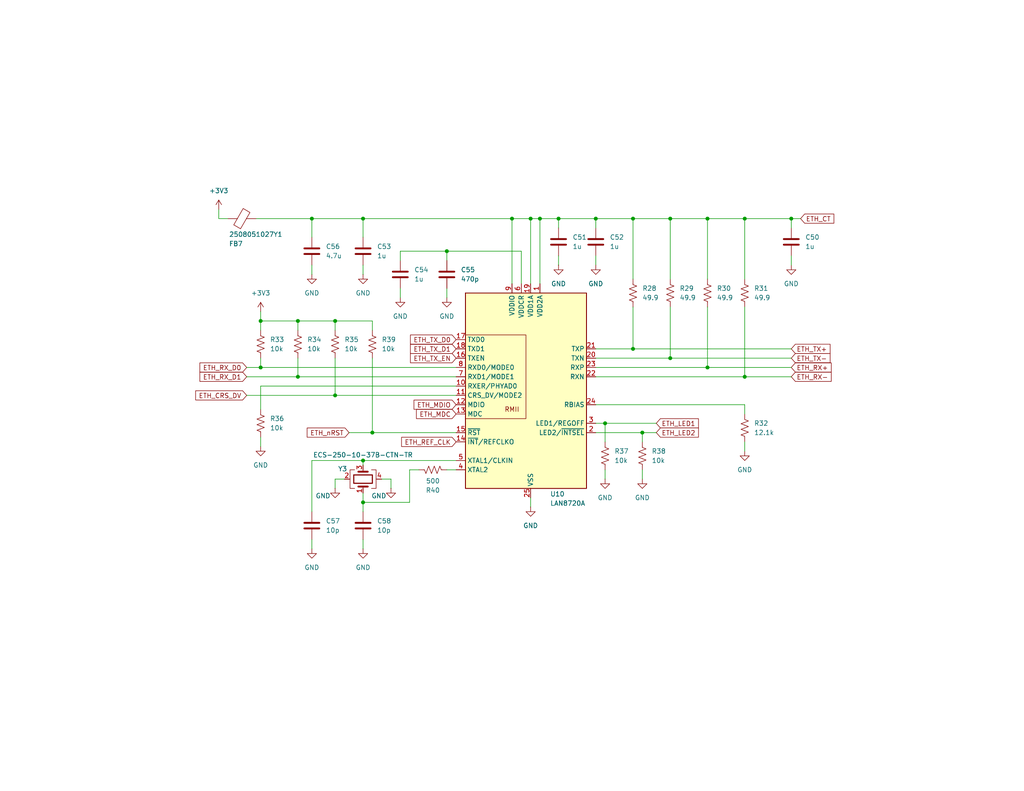
<source format=kicad_sch>
(kicad_sch (version 20250114) (generator "eeschema") (generator_version "9.0")
  (paper "USLetter")
  (title_block (title "Ethernet PHY") (rev "alpha") (company "Haas Hooligans") (comment 1 "Ryan Jacoby"))
  (lib_symbols
    (symbol "Device:C" (pin_numbers (hide yes)) (pin_names (offset 0.254))
      (property "Reference" "C" (at 0.635 2.54 0))
      (property "Value" "C" (at 0.635 -2.54 0))
      (symbol "C_0_1"
        (polyline (pts (xy -2.032 0.762) (xy 2.032 0.762)) (stroke (width 0.508)))
        (polyline (pts (xy -2.032 -0.762) (xy 2.032 -0.762)) (stroke (width 0.508)))
      )
      (symbol "C_1_1"
        (pin passive line (at 0 3.81 270) (length 2.794) (name "~") (number "1"))
        (pin passive line (at 0 -3.81 90) (length 2.794) (name "~") (number "2"))
      )
    )
    (symbol "Device:Crystal_GND24" (pin_names (offset 1.016) (hide yes))
      (property "Reference" "Y" (at 3.175 5.08 0))
      (property "Value" "Crystal_GND24" (at 3.175 3.175 0))
      (symbol "Crystal_GND24_0_1"
        (polyline (pts (xy -2.54 2.286) (xy -2.54 3.556) (xy 2.54 3.556) (xy 2.54 2.286)))
        (polyline (pts (xy -2.54 0) (xy -2.032 0)))
        (polyline (pts (xy -2.54 -2.286) (xy -2.54 -3.556) (xy 2.54 -3.556) (xy 2.54 -2.286)))
        (polyline (pts (xy -2.032 -1.27) (xy -2.032 1.27)) (stroke (width 0.508)))
        (rectangle (start -1.143 2.54) (end 1.143 -2.54) (stroke (width 0.3048)))
        (polyline (pts (xy 0 3.556) (xy 0 3.81)))
        (polyline (pts (xy 0 -3.81) (xy 0 -3.556)))
        (polyline (pts (xy 2.032 0) (xy 2.54 0)))
        (polyline (pts (xy 2.032 -1.27) (xy 2.032 1.27)) (stroke (width 0.508)))
      )
      (symbol "Crystal_GND24_1_1"
        (pin passive line (at -3.81 0 0) (length 1.27) (name "1") (number "1"))
        (pin passive line (at 0 5.08 270) (length 1.27) (name "2") (number "2"))
        (pin passive line (at 0 -5.08 90) (length 1.27) (name "4") (number "4"))
        (pin passive line (at 3.81 0 180) (length 1.27) (name "3") (number "3"))
      )
    )
    (symbol "Device:FerriteBead" (pin_numbers (hide yes)) (pin_names (offset 0))
      (property "Reference" "FB" (at -3.81 0.635 90))
      (property "Value" "FerriteBead" (at 3.81 0 90))
      (symbol "FerriteBead_0_1"
        (polyline (pts (xy -2.7686 0.4064) (xy -1.7018 2.2606) (xy 2.7686 -0.3048) (xy 1.6764 -2.159) (xy -2.7686 0.4064)))
        (polyline (pts (xy 0 1.27) (xy 0 1.2954)))
        (polyline (pts (xy 0 -1.27) (xy 0 -1.2192)))
      )
      (symbol "FerriteBead_1_1"
        (pin passive line (at 0 3.81 270) (length 2.54) (name "~") (number "1"))
        (pin passive line (at 0 -3.81 90) (length 2.54) (name "~") (number "2"))
      )
    )
    (symbol "Device:R_US" (pin_numbers (hide yes)) (pin_names (offset 0))
      (property "Reference" "R" (at 2.54 0 90))
      (property "Value" "R_US" (at -2.54 0 90))
      (symbol "R_US_0_1"
        (polyline (pts (xy 0 2.286) (xy 0 2.54)))
        (polyline (pts (xy 0 2.286) (xy 1.016 1.905) (xy 0 1.524) (xy -1.016 1.143) (xy 0 0.762)))
        (polyline (pts (xy 0 0.762) (xy 1.016 0.381) (xy 0 0) (xy -1.016 -0.381) (xy 0 -0.762)))
        (polyline (pts (xy 0 -0.762) (xy 1.016 -1.143) (xy 0 -1.524) (xy -1.016 -1.905) (xy 0 -2.286)))
        (polyline (pts (xy 0 -2.286) (xy 0 -2.54)))
      )
      (symbol "R_US_1_1"
        (pin passive line (at 0 3.81 270) (length 1.27) (name "~") (number "1"))
        (pin passive line (at 0 -3.81 90) (length 1.27) (name "~") (number "2"))
      )
    )
    (symbol "Interface_Ethernet:LAN8720A"
      (property "Reference" "U" (at -13.97 29.21 0))
      (property "Value" "LAN8720A" (at 15.24 29.21 0))
      (symbol "LAN8720A_0_0"
        (text "RMII" (at -5.08 -3.81 0) (effects (font (size 1.27 1.27))))
      )
      (symbol "LAN8720A_0_1"
        (rectangle (start -17.78 27.94) (end 15.24 -25.4) (stroke (width 0.254)) (fill (type background)))
        (polyline (pts (xy -17.78 -6.35) (xy -1.27 -6.35) (xy -1.27 16.51) (xy -17.78 16.51)))
      )
      (symbol "LAN8720A_1_1"
        (pin input line (at -20.32 15.24 0) (length 2.54) (name "TXD0") (number "17"))
        (pin input line (at -20.32 12.7 0) (length 2.54) (name "TXD1") (number "18"))
        (pin input line (at -20.32 10.16 0) (length 2.54) (name "TXEN") (number "16"))
        (pin bidirectional line (at -20.32 7.62 0) (length 2.54) (name "RXD0/MODE0") (number "8"))
        (pin bidirectional line (at -20.32 5.08 0) (length 2.54) (name "RXD1/MODE1") (number "7"))
        (pin output line (at -20.32 2.54 0) (length 2.54) (name "RXER/PHYAD0") (number "10"))
        (pin bidirectional line (at -20.32 0 0) (length 2.54) (name "CRS_DV/MODE2") (number "11"))
        (pin bidirectional line (at -20.32 -2.54 0) (length 2.54) (name "MDIO") (number "12"))
        (pin input line (at -20.32 -5.08 0) (length 2.54) (name "MDC") (number "13"))
        (pin input line (at -20.32 -10.16 0) (length 2.54) (name "~{RST}") (number "15"))
        (pin output line (at -20.32 -12.7 0) (length 2.54) (name "~{INT}/REFCLKO") (number "14"))
        (pin input line (at -20.32 -17.78 0) (length 2.54) (name "XTAL1/CLKIN") (number "5"))
        (pin output line (at -20.32 -20.32 0) (length 2.54) (name "XTAL2") (number "4"))
        (pin power_in line (at -5.08 30.48 270) (length 2.54) (name "VDDIO") (number "9"))
        (pin power_in line (at -2.54 30.48 270) (length 2.54) (name "VDDCR") (number "6"))
        (pin power_in line (at 0 30.48 270) (length 2.54) (name "VDD1A") (number "19"))
        (pin power_in line (at 0 -27.94 90) (length 2.54) (name "VSS") (number "25"))
        (pin power_in line (at 2.54 30.48 270) (length 2.54) (name "VDD2A") (number "1"))
        (pin bidirectional line (at 17.78 12.7 180) (length 2.54) (name "TXP") (number "21"))
        (pin bidirectional line (at 17.78 10.16 180) (length 2.54) (name "TXN") (number "20"))
        (pin bidirectional line (at 17.78 7.62 180) (length 2.54) (name "RXP") (number "23"))
        (pin bidirectional line (at 17.78 5.08 180) (length 2.54) (name "RXN") (number "22"))
        (pin passive line (at 17.78 -2.54 180) (length 2.54) (name "RBIAS") (number "24"))
        (pin bidirectional line (at 17.78 -7.62 180) (length 2.54) (name "LED1/REGOFF") (number "3"))
        (pin bidirectional line (at 17.78 -10.16 180) (length 2.54) (name "LED2/~{INTSEL}") (number "2"))
      )
    )
    (symbol "power:+3V3" (power) (pin_numbers (hide yes)) (pin_names (offset 0) (hide yes))
      (property "Value" "+3V3" (at 0 3.556 0))
      (symbol "+3V3_0_1"
        (polyline (pts (xy -0.762 1.27) (xy 0 2.54)))
        (polyline (pts (xy 0 2.54) (xy 0.762 1.27)))
        (polyline (pts (xy 0 0) (xy 0 2.54)))
      )
      (symbol "+3V3_1_1"
        (pin power_in line (at 0 0 90) (length 0) (name "~") (number "1"))
      )
    )
    (symbol "power:GND" (power) (pin_numbers (hide yes)) (pin_names (offset 0) (hide yes))
      (property "Value" "GND" (at 0 -3.81 0))
      (symbol "GND_0_1"
        (polyline (pts (xy 0 0) (xy 0 -1.27) (xy 1.27 -1.27) (xy 0 -2.54) (xy -1.27 -1.27) (xy 0 -1.27)))
      )
      (symbol "GND_1_1"
        (pin power_in line (at 0 0 270) (length 0) (name "~") (number "1"))
      )
    )
  )
  (junction (at 71.12 87.63))
  (junction (at 81.28 102.87))
  (junction (at 165.1 115.57))
  (junction (at 203.2 59.69))
  (junction (at 215.9 59.69))
  (junction (at 139.7 59.69))
  (junction (at 193.04 59.69))
  (junction (at 99.06 59.69))
  (junction (at 81.28 87.63))
  (junction (at 182.88 59.69))
  (junction (at 175.26 118.11))
  (junction (at 101.6 118.11))
  (junction (at 147.32 59.69))
  (junction (at 99.06 125.73))
  (junction (at 121.92 68.58))
  (junction (at 144.78 59.69))
  (junction (at 85.09 59.69))
  (junction (at 91.44 87.63))
  (junction (at 71.12 100.33))
  (junction (at 193.04 100.33))
  (junction (at 152.4 59.69))
  (junction (at 162.56 59.69))
  (junction (at 99.06 137.16))
  (junction (at 203.2 102.87))
  (junction (at 172.72 59.69))
  (junction (at 182.88 97.79))
  (junction (at 172.72 95.25))
  (junction (at 91.44 107.95))
  (wire (pts (xy 111.76 137.16) (xy 111.76 128.27)))
  (wire (pts (xy 85.09 72.39) (xy 85.09 74.93)))
  (wire (pts (xy 111.76 128.27) (xy 114.3 128.27)))
  (wire (pts (xy 165.1 115.57) (xy 179.07 115.57)))
  (wire (pts (xy 215.9 102.87) (xy 203.2 102.87)))
  (wire (pts (xy 106.68 130.81) (xy 106.68 133.35)))
  (wire (pts (xy 182.88 83.82) (xy 182.88 97.79)))
  (wire (pts (xy 121.92 68.58) (xy 142.24 68.58)))
  (wire (pts (xy 203.2 120.65) (xy 203.2 123.19)))
  (wire (pts (xy 203.2 113.03) (xy 203.2 110.49)))
  (wire (pts (xy 109.22 71.12) (xy 109.22 68.58)))
  (wire (pts (xy 101.6 118.11) (xy 124.46 118.11)))
  (wire (pts (xy 85.09 139.7) (xy 85.09 125.73)))
  (wire (pts (xy 62.23 59.69) (xy 59.69 59.69)))
  (wire (pts (xy 69.85 59.69) (xy 85.09 59.69)))
  (wire (pts (xy 203.2 59.69) (xy 203.2 76.2)))
  (wire (pts (xy 175.26 118.11) (xy 179.07 118.11)))
  (wire (pts (xy 165.1 128.27) (xy 165.1 130.81)))
  (wire (pts (xy 71.12 105.41) (xy 124.46 105.41)))
  (wire (pts (xy 71.12 119.38) (xy 71.12 121.92)))
  (wire (pts (xy 101.6 90.17) (xy 101.6 87.63)))
  (wire (pts (xy 99.06 72.39) (xy 99.06 74.93)))
  (wire (pts (xy 85.09 147.32) (xy 85.09 149.86)))
  (wire (pts (xy 215.9 100.33) (xy 193.04 100.33)))
  (wire (pts (xy 162.56 69.85) (xy 162.56 72.39)))
  (wire (pts (xy 162.56 62.23) (xy 162.56 59.69)))
  (wire (pts (xy 67.31 102.87) (xy 81.28 102.87)))
  (wire (pts (xy 218.44 59.69) (xy 215.9 59.69)))
  (wire (pts (xy 182.88 59.69) (xy 193.04 59.69)))
  (wire (pts (xy 147.32 59.69) (xy 147.32 77.47)))
  (wire (pts (xy 121.92 78.74) (xy 121.92 81.28)))
  (wire (pts (xy 139.7 59.69) (xy 144.78 59.69)))
  (wire (pts (xy 172.72 95.25) (xy 162.56 95.25)))
  (wire (pts (xy 182.88 97.79) (xy 162.56 97.79)))
  (wire (pts (xy 152.4 59.69) (xy 162.56 59.69)))
  (wire (pts (xy 152.4 69.85) (xy 152.4 72.39)))
  (wire (pts (xy 99.06 125.73) (xy 124.46 125.73)))
  (wire (pts (xy 162.56 115.57) (xy 165.1 115.57)))
  (wire (pts (xy 109.22 78.74) (xy 109.22 81.28)))
  (wire (pts (xy 99.06 137.16) (xy 111.76 137.16)))
  (wire (pts (xy 71.12 111.76) (xy 71.12 105.41)))
  (wire (pts (xy 81.28 97.79) (xy 81.28 102.87)))
  (wire (pts (xy 81.28 102.87) (xy 124.46 102.87)))
  (wire (pts (xy 59.69 57.15) (xy 59.69 59.69)))
  (wire (pts (xy 99.06 139.7) (xy 99.06 137.16)))
  (wire (pts (xy 203.2 102.87) (xy 162.56 102.87)))
  (wire (pts (xy 71.12 97.79) (xy 71.12 100.33)))
  (wire (pts (xy 71.12 100.33) (xy 124.46 100.33)))
  (wire (pts (xy 142.24 68.58) (xy 142.24 77.47)))
  (wire (pts (xy 71.12 87.63) (xy 81.28 87.63)))
  (wire (pts (xy 109.22 68.58) (xy 121.92 68.58)))
  (wire (pts (xy 193.04 59.69) (xy 203.2 59.69)))
  (wire (pts (xy 85.09 59.69) (xy 99.06 59.69)))
  (wire (pts (xy 81.28 87.63) (xy 81.28 90.17)))
  (wire (pts (xy 172.72 59.69) (xy 172.72 76.2)))
  (wire (pts (xy 121.92 71.12) (xy 121.92 68.58)))
  (wire (pts (xy 81.28 87.63) (xy 91.44 87.63)))
  (wire (pts (xy 144.78 59.69) (xy 144.78 77.47)))
  (wire (pts (xy 172.72 59.69) (xy 182.88 59.69)))
  (wire (pts (xy 71.12 85.09) (xy 71.12 87.63)))
  (wire (pts (xy 215.9 69.85) (xy 215.9 72.39)))
  (wire (pts (xy 175.26 128.27) (xy 175.26 130.81)))
  (wire (pts (xy 91.44 107.95) (xy 124.46 107.95)))
  (wire (pts (xy 101.6 97.79) (xy 101.6 118.11)))
  (wire (pts (xy 85.09 125.73) (xy 99.06 125.73)))
  (wire (pts (xy 99.06 59.69) (xy 99.06 64.77)))
  (wire (pts (xy 91.44 130.81) (xy 91.44 133.35)))
  (wire (pts (xy 99.06 59.69) (xy 139.7 59.69)))
  (wire (pts (xy 71.12 90.17) (xy 71.12 87.63)))
  (wire (pts (xy 67.31 100.33) (xy 71.12 100.33)))
  (wire (pts (xy 99.06 127) (xy 99.06 125.73)))
  (wire (pts (xy 203.2 59.69) (xy 215.9 59.69)))
  (wire (pts (xy 144.78 135.89) (xy 144.78 138.43)))
  (wire (pts (xy 215.9 62.23) (xy 215.9 59.69)))
  (wire (pts (xy 162.56 110.49) (xy 203.2 110.49)))
  (wire (pts (xy 215.9 95.25) (xy 172.72 95.25)))
  (wire (pts (xy 162.56 59.69) (xy 172.72 59.69)))
  (wire (pts (xy 91.44 87.63) (xy 101.6 87.63)))
  (wire (pts (xy 175.26 118.11) (xy 175.26 120.65)))
  (wire (pts (xy 162.56 118.11) (xy 175.26 118.11)))
  (wire (pts (xy 99.06 134.62) (xy 99.06 137.16)))
  (wire (pts (xy 193.04 83.82) (xy 193.04 100.33)))
  (wire (pts (xy 99.06 147.32) (xy 99.06 149.86)))
  (wire (pts (xy 91.44 87.63) (xy 91.44 90.17)))
  (wire (pts (xy 85.09 59.69) (xy 85.09 64.77)))
  (wire (pts (xy 144.78 59.69) (xy 147.32 59.69)))
  (wire (pts (xy 215.9 97.79) (xy 182.88 97.79)))
  (wire (pts (xy 182.88 59.69) (xy 182.88 76.2)))
  (wire (pts (xy 91.44 130.81) (xy 93.98 130.81)))
  (wire (pts (xy 193.04 59.69) (xy 193.04 76.2)))
  (wire (pts (xy 165.1 115.57) (xy 165.1 120.65)))
  (wire (pts (xy 203.2 83.82) (xy 203.2 102.87)))
  (wire (pts (xy 67.31 107.95) (xy 91.44 107.95)))
  (wire (pts (xy 193.04 100.33) (xy 162.56 100.33)))
  (wire (pts (xy 147.32 59.69) (xy 152.4 59.69)))
  (wire (pts (xy 172.72 83.82) (xy 172.72 95.25)))
  (wire (pts (xy 139.7 59.69) (xy 139.7 77.47)))
  (wire (pts (xy 95.25 118.11) (xy 101.6 118.11)))
  (wire (pts (xy 121.92 128.27) (xy 124.46 128.27)))
  (wire (pts (xy 91.44 97.79) (xy 91.44 107.95)))
  (wire (pts (xy 106.68 130.81) (xy 104.14 130.81)))
  (wire (pts (xy 152.4 62.23) (xy 152.4 59.69)))
  (global_label "ETH_CRS_DV" (shape input) (at 67.31 107.95 180) (property "Intersheetrefs" "${INTERSHEET_REFS}" (effects (hide yes))))
  (global_label "ETH_RX_D1" (shape input) (at 67.31 102.87 180) (property "Intersheetrefs" "${INTERSHEET_REFS}" (effects (hide yes))))
  (global_label "ETH_RX+" (shape input) (at 215.9 100.33 0) (property "Intersheetrefs" "${INTERSHEET_REFS}" (effects (hide yes))))
  (global_label "ETH_MDIO" (shape input) (at 124.46 110.49 180) (property "Intersheetrefs" "${INTERSHEET_REFS}" (effects (hide yes))))
  (global_label "ETH_TX-" (shape input) (at 215.9 97.79 0) (property "Intersheetrefs" "${INTERSHEET_REFS}" (effects (hide yes))))
  (global_label "ETH_CT" (shape input) (at 218.44 59.69 0) (property "Intersheetrefs" "${INTERSHEET_REFS}" (effects (hide yes))))
  (global_label "ETH_LED2" (shape input) (at 179.07 118.11 0) (property "Intersheetrefs" "${INTERSHEET_REFS}" (effects (hide yes))))
  (global_label "ETH_TX_D0" (shape input) (at 124.46 92.71 180) (property "Intersheetrefs" "${INTERSHEET_REFS}" (effects (hide yes))))
  (global_label "ETH_RX-" (shape input) (at 215.9 102.87 0) (property "Intersheetrefs" "${INTERSHEET_REFS}" (effects (hide yes))))
  (global_label "ETH_TX_D1" (shape input) (at 124.46 95.25 180) (property "Intersheetrefs" "${INTERSHEET_REFS}" (effects (hide yes))))
  (global_label "ETH_MDC" (shape input) (at 124.46 113.03 180) (property "Intersheetrefs" "${INTERSHEET_REFS}" (effects (hide yes))))
  (global_label "ETH_TX+" (shape input) (at 215.9 95.25 0) (property "Intersheetrefs" "${INTERSHEET_REFS}" (effects (hide yes))))
  (global_label "ETH_LED1" (shape input) (at 179.07 115.57 0) (property "Intersheetrefs" "${INTERSHEET_REFS}" (effects (hide yes))))
  (global_label "ETH_nRST" (shape input) (at 95.25 118.11 180) (property "Intersheetrefs" "${INTERSHEET_REFS}" (effects (hide yes))))
  (global_label "ETH_RX_D0" (shape input) (at 67.31 100.33 180) (property "Intersheetrefs" "${INTERSHEET_REFS}" (effects (hide yes))))
  (global_label "ETH_TX_EN" (shape input) (at 124.46 97.79 180) (property "Intersheetrefs" "${INTERSHEET_REFS}" (effects (hide yes))))
  (global_label "ETH_REF_CLK" (shape input) (at 124.46 120.65 180) (property "Intersheetrefs" "${INTERSHEET_REFS}" (effects (hide yes))))
  (symbol (lib_id "Device:R_US") (at 175.26 124.46 0) (unit 1)
    (property "Reference" "R38" (at 177.8 123.1899 0) (effects (justify left)))
    (property "Value" "10k" (at 177.8 125.7299 0) (effects (justify left)))
    (property "Footprint" "Resistor_SMD:R_0603_1608Metric" (effects (hide yes)))
    (property "Description" "Resistor, US symbol" (effects (hide yes)))
    (property "DPN" "RMCF0603JT10K0CT-ND" (effects (hide yes)))
  )
  (symbol (lib_id "Device:C") (at 99.06 143.51 0) (unit 1)
    (property "Reference" "C58" (at 102.87 142.2399 0) (effects (justify left)))
    (property "Value" "10p" (at 102.87 144.7799 0) (effects (justify left)))
    (property "Footprint" "Capacitor_SMD:C_0402_1005Metric" (effects (hide yes)))
    (property "Description" "Unpolarized capacitor" (effects (hide yes)))
    (property "DPN" "490-5921-1-ND" (effects (hide yes)))
  )
  (symbol (lib_id "power:GND") (at 152.4 72.39 0) (unit 1)
    (property "Reference" "#PWR0101" (effects (hide yes)))
    (property "Value" "GND" (at 152.4 77.47 0))
    (property "Description" "Power symbol creates a global label with name \"GND\" , ground" (effects (hide yes)))
  )
  (symbol (lib_id "Device:R_US") (at 118.11 128.27 90) (mirror x) (unit 1)
    (property "Reference" "R40" (at 118.11 133.858 90))
    (property "Value" "500" (at 118.11 131.318 90))
    (property "Footprint" "Resistor_SMD:R_0603_1608Metric" (effects (hide yes)))
    (property "Description" "Resistor, US symbol" (effects (hide yes)))
    (property "DPN" "13-RT0603BRC07500RLCT-ND" (effects (hide yes)))
  )
  (symbol (lib_id "power:GND") (at 121.92 81.28 0) (unit 1)
    (property "Reference" "#PWR0105" (effects (hide yes)))
    (property "Value" "GND" (at 121.92 86.36 0))
    (property "Description" "Power symbol creates a global label with name \"GND\" , ground" (effects (hide yes)))
  )
  (symbol (lib_id "Device:R_US") (at 172.72 80.01 0) (unit 1)
    (property "Reference" "R28" (at 175.26 78.7399 0) (effects (justify left)))
    (property "Value" "49.9" (at 175.26 81.2799 0) (effects (justify left)))
    (property "Footprint" "Resistor_SMD:R_0603_1608Metric" (effects (hide yes)))
    (property "Description" "Resistor, US symbol" (effects (hide yes)))
    (property "DPN" "P49.9HCT-ND" (effects (hide yes)))
  )
  (symbol (lib_id "power:GND") (at 85.09 149.86 0) (unit 1)
    (property "Reference" "#PWR0112" (effects (hide yes)))
    (property "Value" "GND" (at 85.09 154.94 0))
    (property "Description" "Power symbol creates a global label with name \"GND\" , ground" (effects (hide yes)))
  )
  (symbol (lib_id "Device:C") (at 152.4 66.04 0) (unit 1)
    (property "Reference" "C51" (at 156.21 64.7699 0) (effects (justify left)))
    (property "Value" "1u" (at 156.21 67.3099 0) (effects (justify left)))
    (property "Footprint" "Capacitor_SMD:C_0603_1608Metric" (effects (hide yes)))
    (property "Description" "Unpolarized capacitor" (effects (hide yes)))
    (property "DPN" "587-2984-1-ND" (effects (hide yes)))
  )
  (symbol (lib_id "Device:R_US") (at 71.12 115.57 0) (unit 1)
    (property "Reference" "R36" (at 73.66 114.2999 0) (effects (justify left)))
    (property "Value" "10k" (at 73.66 116.8399 0) (effects (justify left)))
    (property "Footprint" "Resistor_SMD:R_0603_1608Metric" (effects (hide yes)))
    (property "Description" "Resistor, US symbol" (effects (hide yes)))
    (property "DPN" "RMCF0603JT10K0CT-ND" (effects (hide yes)))
  )
  (symbol (lib_id "power:GND") (at 99.06 149.86 0) (unit 1)
    (property "Reference" "#PWR0113" (effects (hide yes)))
    (property "Value" "GND" (at 99.06 154.94 0))
    (property "Description" "Power symbol creates a global label with name \"GND\" , ground" (effects (hide yes)))
  )
  (symbol (lib_id "Device:R_US") (at 165.1 124.46 0) (unit 1)
    (property "Reference" "R37" (at 167.64 123.1899 0) (effects (justify left)))
    (property "Value" "10k" (at 167.64 125.7299 0) (effects (justify left)))
    (property "Footprint" "Resistor_SMD:R_0603_1608Metric" (effects (hide yes)))
    (property "Description" "Resistor, US symbol" (effects (hide yes)))
    (property "DPN" "RMCF0603JT10K0CT-ND" (effects (hide yes)))
  )
  (symbol (lib_id "Device:C") (at 109.22 74.93 0) (unit 1)
    (property "Reference" "C54" (at 113.03 73.6599 0) (effects (justify left)))
    (property "Value" "1u" (at 113.03 76.1999 0) (effects (justify left)))
    (property "Footprint" "Capacitor_SMD:C_0603_1608Metric" (effects (hide yes)))
    (property "Description" "Unpolarized capacitor" (effects (hide yes)))
    (property "DPN" "587-2984-1-ND" (effects (hide yes)))
  )
  (symbol (lib_id "power:GND") (at 175.26 130.81 0) (unit 1)
    (property "Reference" "#PWR0111" (effects (hide yes)))
    (property "Value" "GND" (at 175.26 135.89 0))
    (property "Description" "Power symbol creates a global label with name \"GND\" , ground" (effects (hide yes)))
  )
  (symbol (lib_id "Device:R_US") (at 182.88 80.01 0) (unit 1)
    (property "Reference" "R29" (at 185.42 78.7399 0) (effects (justify left)))
    (property "Value" "49.9" (at 185.42 81.2799 0) (effects (justify left)))
    (property "Footprint" "Resistor_SMD:R_0603_1608Metric" (effects (hide yes)))
    (property "Description" "Resistor, US symbol" (effects (hide yes)))
    (property "DPN" "P49.9HCT-ND" (effects (hide yes)))
  )
  (symbol (lib_id "power:GND") (at 91.44 133.35 0) (unit 1)
    (property "Reference" "#PWR0114" (effects (hide yes)))
    (property "Value" "GND" (at 88.138 135.382 0))
    (property "Description" "Power symbol creates a global label with name \"GND\" , ground" (effects (hide yes)))
  )
  (symbol (lib_id "Device:R_US") (at 91.44 93.98 0) (unit 1)
    (property "Reference" "R35" (at 93.98 92.7099 0) (effects (justify left)))
    (property "Value" "10k" (at 93.98 95.2499 0) (effects (justify left)))
    (property "Footprint" "Resistor_SMD:R_0603_1608Metric" (effects (hide yes)))
    (property "Description" "Resistor, US symbol" (effects (hide yes)))
    (property "DPN" "RMCF0603JT10K0CT-ND" (effects (hide yes)))
  )
  (symbol (lib_id "Device:R_US") (at 193.04 80.01 0) (unit 1)
    (property "Reference" "R30" (at 195.58 78.7399 0) (effects (justify left)))
    (property "Value" "49.9" (at 195.58 81.2799 0) (effects (justify left)))
    (property "Footprint" "Resistor_SMD:R_0603_1608Metric" (effects (hide yes)))
    (property "Description" "Resistor, US symbol" (effects (hide yes)))
    (property "DPN" "P49.9HCT-ND" (effects (hide yes)))
  )
  (symbol (lib_id "Device:R_US") (at 203.2 116.84 0) (unit 1)
    (property "Reference" "R32" (at 205.74 115.5699 0) (effects (justify left)))
    (property "Value" "12.1k" (at 205.74 118.1099 0) (effects (justify left)))
    (property "Footprint" "Resistor_SMD:R_0603_1608Metric" (effects (hide yes)))
    (property "Description" "Resistor, US symbol" (effects (hide yes)))
    (property "DPN" "RMCF0603FT12K1CT-ND" (effects (hide yes)))
  )
  (symbol (lib_id "power:GND") (at 109.22 81.28 0) (unit 1)
    (property "Reference" "#PWR0104" (effects (hide yes)))
    (property "Value" "GND" (at 109.22 86.36 0))
    (property "Description" "Power symbol creates a global label with name \"GND\" , ground" (effects (hide yes)))
  )
  (symbol (lib_id "power:+3V3") (at 59.69 57.15 0) (unit 1)
    (property "Reference" "#PWR095" (effects (hide yes)))
    (property "Value" "+3V3" (at 59.69 52.07 0))
    (property "Description" "Power symbol creates a global label with name \"+3V3\"" (effects (hide yes)))
  )
  (symbol (lib_id "power:GND") (at 71.12 121.92 0) (unit 1)
    (property "Reference" "#PWR0109" (effects (hide yes)))
    (property "Value" "GND" (at 71.12 127 0))
    (property "Description" "Power symbol creates a global label with name \"GND\" , ground" (effects (hide yes)))
  )
  (symbol (lib_id "power:GND") (at 203.2 123.19 0) (unit 1)
    (property "Reference" "#PWR0107" (effects (hide yes)))
    (property "Value" "GND" (at 203.2 128.27 0))
    (property "Description" "Power symbol creates a global label with name \"GND\" , ground" (effects (hide yes)))
  )
  (symbol (lib_id "power:+3V3") (at 71.12 85.09 0) (unit 1)
    (property "Reference" "#PWR0108" (effects (hide yes)))
    (property "Value" "+3V3" (at 71.12 80.01 0))
    (property "Description" "Power symbol creates a global label with name \"+3V3\"" (effects (hide yes)))
  )
  (symbol (lib_id "Device:Crystal_GND24") (at 99.06 130.81 90) (unit 1)
    (property "Reference" "Y3" (at 93.472 128.016 90))
    (property "Value" "ECS-250-10-37B-CTN-TR" (at 99.06 124.206 90))
    (property "Footprint" "Crystal:Crystal_SMD_2016-4Pin_2.0x1.6mm" (effects (hide yes)))
    (property "Datasheet" "https://ecsxtal.com/store/pdf/ECX-1637B.pdf" (effects (hide yes)))
    (property "Description" "Four pin crystal, GND on pins 2 and 4" (effects (hide yes)))
    (property "DPN" "XC3065CT-ND" (effects (hide yes)))
  )
  (symbol (lib_id "power:GND") (at 162.56 72.39 0) (unit 1)
    (property "Reference" "#PWR0102" (effects (hide yes)))
    (property "Value" "GND" (at 162.56 77.47 0))
    (property "Description" "Power symbol creates a global label with name \"GND\" , ground" (effects (hide yes)))
  )
  (symbol (lib_id "Device:C") (at 85.09 68.58 0) (unit 1)
    (property "Reference" "C56" (at 88.9 67.3099 0) (effects (justify left)))
    (property "Value" "4.7u" (at 88.9 69.8499 0) (effects (justify left)))
    (property "Footprint" "Capacitor_SMD:C_0603_1608Metric" (effects (hide yes)))
    (property "Description" "Unpolarized capacitor" (effects (hide yes)))
    (property "DPN" "1276-1044-1-ND" (effects (hide yes)))
  )
  (symbol (lib_id "Device:R_US") (at 101.6 93.98 0) (unit 1)
    (property "Reference" "R39" (at 104.14 92.7099 0) (effects (justify left)))
    (property "Value" "10k" (at 104.14 95.2499 0) (effects (justify left)))
    (property "Footprint" "Resistor_SMD:R_0603_1608Metric" (effects (hide yes)))
    (property "Description" "Resistor, US symbol" (effects (hide yes)))
    (property "DPN" "RMCF0603JT10K0CT-ND" (effects (hide yes)))
  )
  (symbol (lib_id "power:GND") (at 215.9 72.39 0) (unit 1)
    (property "Reference" "#PWR0100" (effects (hide yes)))
    (property "Value" "GND" (at 215.9 77.47 0))
    (property "Description" "Power symbol creates a global label with name \"GND\" , ground" (effects (hide yes)))
  )
  (symbol (lib_id "Device:R_US") (at 203.2 80.01 0) (unit 1)
    (property "Reference" "R31" (at 205.74 78.7399 0) (effects (justify left)))
    (property "Value" "49.9" (at 205.74 81.2799 0) (effects (justify left)))
    (property "Footprint" "Resistor_SMD:R_0603_1608Metric" (effects (hide yes)))
    (property "Description" "Resistor, US symbol" (effects (hide yes)))
    (property "DPN" "P49.9HCT-ND" (effects (hide yes)))
  )
  (symbol (lib_id "power:GND") (at 144.78 138.43 0) (unit 1)
    (property "Reference" "#PWR099" (effects (hide yes)))
    (property "Value" "GND" (at 144.78 143.51 0))
    (property "Description" "Power symbol creates a global label with name \"GND\" , ground" (effects (hide yes)))
  )
  (symbol (lib_id "power:GND") (at 106.68 133.35 0) (mirror y) (unit 1)
    (property "Reference" "#PWR0115" (effects (hide yes)))
    (property "Value" "GND" (at 103.378 135.382 0))
    (property "Description" "Power symbol creates a global label with name \"GND\" , ground" (effects (hide yes)))
  )
  (symbol (lib_id "Device:R_US") (at 81.28 93.98 0) (unit 1)
    (property "Reference" "R34" (at 83.82 92.7099 0) (effects (justify left)))
    (property "Value" "10k" (at 83.82 95.2499 0) (effects (justify left)))
    (property "Footprint" "Resistor_SMD:R_0603_1608Metric" (effects (hide yes)))
    (property "Description" "Resistor, US symbol" (effects (hide yes)))
    (property "DPN" "RMCF0603JT10K0CT-ND" (effects (hide yes)))
  )
  (symbol (lib_id "Device:C") (at 121.92 74.93 0) (unit 1)
    (property "Reference" "C55" (at 125.73 73.6599 0) (effects (justify left)))
    (property "Value" "470p" (at 125.73 76.1999 0) (effects (justify left)))
    (property "Footprint" "Capacitor_SMD:C_0603_1608Metric" (effects (hide yes)))
    (property "Description" "Unpolarized capacitor" (effects (hide yes)))
    (property "DPN" "490-4965-1-ND" (effects (hide yes)))
  )
  (symbol (lib_id "Device:C") (at 99.06 68.58 0) (unit 1)
    (property "Reference" "C53" (at 102.87 67.3099 0) (effects (justify left)))
    (property "Value" "1u" (at 102.87 69.8499 0) (effects (justify left)))
    (property "Footprint" "Capacitor_SMD:C_0603_1608Metric" (effects (hide yes)))
    (property "Description" "Unpolarized capacitor" (effects (hide yes)))
    (property "DPN" "587-2984-1-ND" (effects (hide yes)))
  )
  (symbol (lib_id "Device:FerriteBead") (at 66.04 59.69 90) (unit 1)
    (property "Reference" "FB7" (at 62.484 66.548 90) (effects (justify right)))
    (property "Value" "2508051027Y1" (at 62.484 64.008 90) (effects (justify right)))
    (property "Footprint" "Inductor_SMD:L_0805_2012Metric" (effects (hide yes)))
    (property "Description" "Ferrite bead" (effects (hide yes)))
    (property "DPN" "1934-1009-1-ND" (effects (hide yes)))
  )
  (symbol (lib_id "power:GND") (at 165.1 130.81 0) (unit 1)
    (property "Reference" "#PWR0110" (effects (hide yes)))
    (property "Value" "GND" (at 165.1 135.89 0))
    (property "Description" "Power symbol creates a global label with name \"GND\" , ground" (effects (hide yes)))
  )
  (symbol (lib_id "Device:C") (at 215.9 66.04 0) (unit 1)
    (property "Reference" "C50" (at 219.71 64.7699 0) (effects (justify left)))
    (property "Value" "1u" (at 219.71 67.3099 0) (effects (justify left)))
    (property "Footprint" "Capacitor_SMD:C_0603_1608Metric" (effects (hide yes)))
    (property "Description" "Unpolarized capacitor" (effects (hide yes)))
    (property "DPN" "587-2984-1-ND" (effects (hide yes)))
  )
  (symbol (lib_id "Device:C") (at 85.09 143.51 0) (unit 1)
    (property "Reference" "C57" (at 88.9 142.2399 0) (effects (justify left)))
    (property "Value" "10p" (at 88.9 144.7799 0) (effects (justify left)))
    (property "Footprint" "Capacitor_SMD:C_0402_1005Metric" (effects (hide yes)))
    (property "Description" "Unpolarized capacitor" (effects (hide yes)))
    (property "DPN" "490-5921-1-ND" (effects (hide yes)))
  )
  (symbol (lib_id "Device:C") (at 162.56 66.04 0) (unit 1)
    (property "Reference" "C52" (at 166.37 64.7699 0) (effects (justify left)))
    (property "Value" "1u" (at 166.37 67.3099 0) (effects (justify left)))
    (property "Footprint" "Capacitor_SMD:C_0603_1608Metric" (effects (hide yes)))
    (property "Description" "Unpolarized capacitor" (effects (hide yes)))
    (property "DPN" "587-2984-1-ND" (effects (hide yes)))
  )
  (symbol (lib_id "power:GND") (at 85.09 74.93 0) (unit 1)
    (property "Reference" "#PWR0106" (effects (hide yes)))
    (property "Value" "GND" (at 85.09 80.01 0))
    (property "Description" "Power symbol creates a global label with name \"GND\" , ground" (effects (hide yes)))
  )
  (symbol (lib_id "Device:R_US") (at 71.12 93.98 0) (unit 1)
    (property "Reference" "R33" (at 73.66 92.7099 0) (effects (justify left)))
    (property "Value" "10k" (at 73.66 95.2499 0) (effects (justify left)))
    (property "Footprint" "Resistor_SMD:R_0603_1608Metric" (effects (hide yes)))
    (property "Description" "Resistor, US symbol" (effects (hide yes)))
    (property "DPN" "RMCF0603JT10K0CT-ND" (effects (hide yes)))
  )
  (symbol (lib_id "power:GND") (at 99.06 74.93 0) (unit 1)
    (property "Reference" "#PWR0103" (effects (hide yes)))
    (property "Value" "GND" (at 99.06 80.01 0))
    (property "Description" "Power symbol creates a global label with name \"GND\" , ground" (effects (hide yes)))
  )
  (symbol (lib_id "Interface_Ethernet:LAN8720A") (at 144.78 107.95 0) (unit 1)
    (property "Reference" "U10" (at 150.114 134.874 0) (effects (justify left)))
    (property "Value" "LAN8720A" (at 150.114 137.414 0) (effects (justify left)))
    (property "Footprint" "Package_DFN_QFN:VQFN-24-1EP_4x4mm_P0.5mm_EP2.5x2.5mm_ThermalVias" (effects (hide yes)))
    (property "Datasheet" "http://ww1.microchip.com/downloads/en/DeviceDoc/8720a.pdf" (effects (hide yes)))
    (property "Description" "LAN8720 Ethernet PHY with RMII interface, QFN-24" (effects (hide yes)))
    (property "DPN" "LAN8720A-CP-ABC-ND" (effects (hide yes)))
  )
)
</source>
